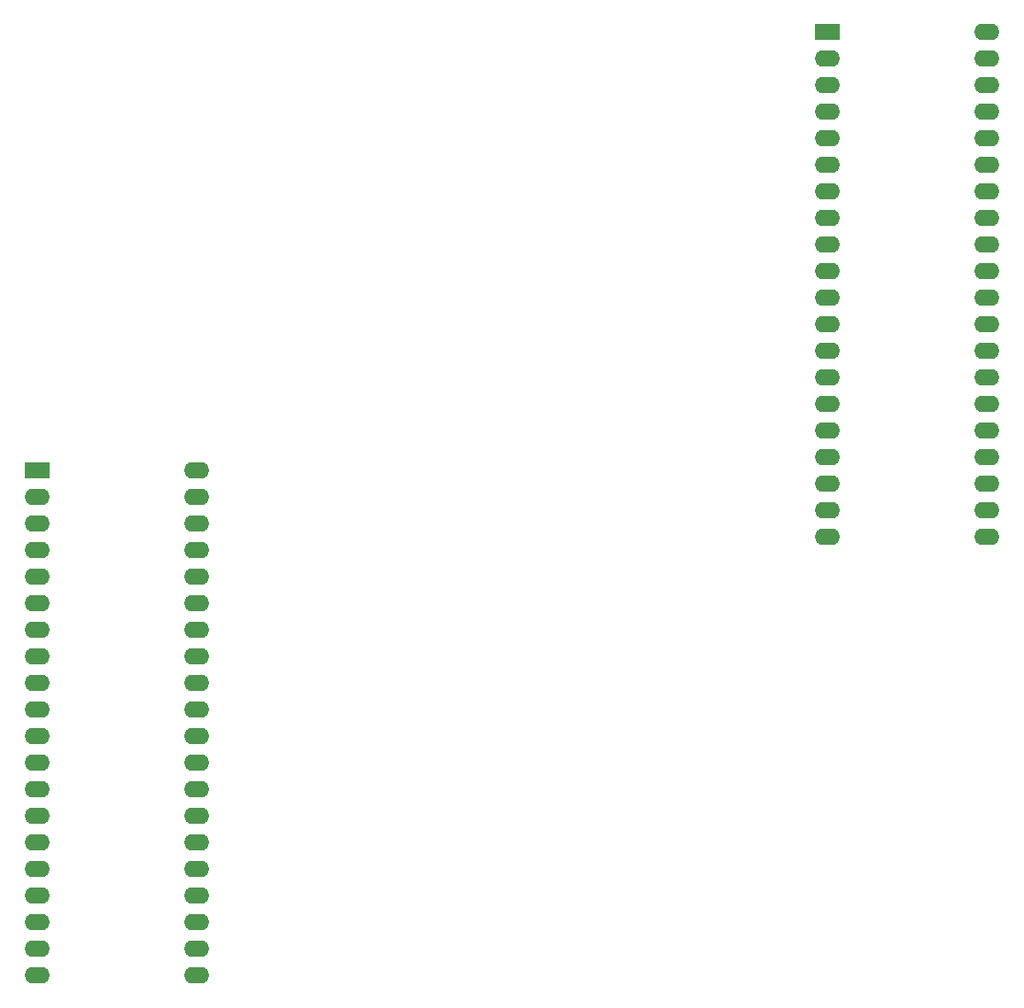
<source format=gbr>
%TF.GenerationSoftware,KiCad,Pcbnew,7.0.7*%
%TF.CreationDate,2024-01-01T13:21:05+01:00*%
%TF.ProjectId,A500-Kickadapter,41353030-2d4b-4696-936b-616461707465,rev?*%
%TF.SameCoordinates,Original*%
%TF.FileFunction,Soldermask,Bot*%
%TF.FilePolarity,Negative*%
%FSLAX46Y46*%
G04 Gerber Fmt 4.6, Leading zero omitted, Abs format (unit mm)*
G04 Created by KiCad (PCBNEW 7.0.7) date 2024-01-01 13:21:05*
%MOMM*%
%LPD*%
G01*
G04 APERTURE LIST*
%ADD10R,2.400000X1.600000*%
%ADD11O,2.400000X1.600000*%
G04 APERTURE END LIST*
D10*
%TO.C,SOCKET_AMIGA1*%
X100965000Y-80645000D03*
D11*
X100965000Y-83185000D03*
X100965000Y-85725000D03*
X100965000Y-88265000D03*
X100965000Y-90805000D03*
X100965000Y-93345000D03*
X100965000Y-95885000D03*
X100965000Y-98425000D03*
X100965000Y-100965000D03*
X100965000Y-103505000D03*
X100965000Y-106045000D03*
X100965000Y-108585000D03*
X100965000Y-111125000D03*
X100965000Y-113665000D03*
X100965000Y-116205000D03*
X100965000Y-118745000D03*
X100965000Y-121285000D03*
X100965000Y-123825000D03*
X100965000Y-126365000D03*
X100965000Y-128905000D03*
X116205000Y-128905000D03*
X116205000Y-126365000D03*
X116205000Y-123825000D03*
X116205000Y-121285000D03*
X116205000Y-118745000D03*
X116205000Y-116205000D03*
X116205000Y-113665000D03*
X116205000Y-111125000D03*
X116205000Y-108585000D03*
X116205000Y-106045000D03*
X116205000Y-103505000D03*
X116205000Y-100965000D03*
X116205000Y-98425000D03*
X116205000Y-95885000D03*
X116205000Y-93345000D03*
X116205000Y-90805000D03*
X116205000Y-88265000D03*
X116205000Y-85725000D03*
X116205000Y-83185000D03*
X116205000Y-80645000D03*
%TD*%
D10*
%TO.C,SOCKET_EPROM1*%
X176530000Y-38735000D03*
D11*
X176530000Y-41275000D03*
X176530000Y-43815000D03*
X176530000Y-46355000D03*
X176530000Y-48895000D03*
X176530000Y-51435000D03*
X176530000Y-53975000D03*
X176530000Y-56515000D03*
X176530000Y-59055000D03*
X176530000Y-61595000D03*
X176530000Y-64135000D03*
X176530000Y-66675000D03*
X176530000Y-69215000D03*
X176530000Y-71755000D03*
X176530000Y-74295000D03*
X176530000Y-76835000D03*
X176530000Y-79375000D03*
X176530000Y-81915000D03*
X176530000Y-84455000D03*
X176530000Y-86995000D03*
X191770000Y-86995000D03*
X191770000Y-84455000D03*
X191770000Y-81915000D03*
X191770000Y-79375000D03*
X191770000Y-76835000D03*
X191770000Y-74295000D03*
X191770000Y-71755000D03*
X191770000Y-69215000D03*
X191770000Y-66675000D03*
X191770000Y-64135000D03*
X191770000Y-61595000D03*
X191770000Y-59055000D03*
X191770000Y-56515000D03*
X191770000Y-53975000D03*
X191770000Y-51435000D03*
X191770000Y-48895000D03*
X191770000Y-46355000D03*
X191770000Y-43815000D03*
X191770000Y-41275000D03*
X191770000Y-38735000D03*
%TD*%
M02*

</source>
